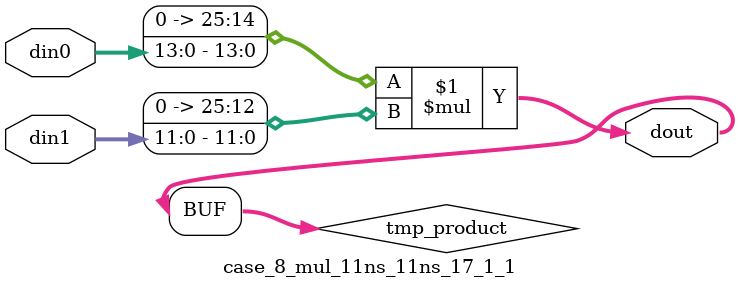
<source format=v>

`timescale 1 ns / 1 ps

 (* use_dsp = "no" *)  module case_8_mul_11ns_11ns_17_1_1(din0, din1, dout);
parameter ID = 1;
parameter NUM_STAGE = 0;
parameter din0_WIDTH = 14;
parameter din1_WIDTH = 12;
parameter dout_WIDTH = 26;

input [din0_WIDTH - 1 : 0] din0; 
input [din1_WIDTH - 1 : 0] din1; 
output [dout_WIDTH - 1 : 0] dout;

wire signed [dout_WIDTH - 1 : 0] tmp_product;
























assign tmp_product = $signed({1'b0, din0}) * $signed({1'b0, din1});











assign dout = tmp_product;





















endmodule

</source>
